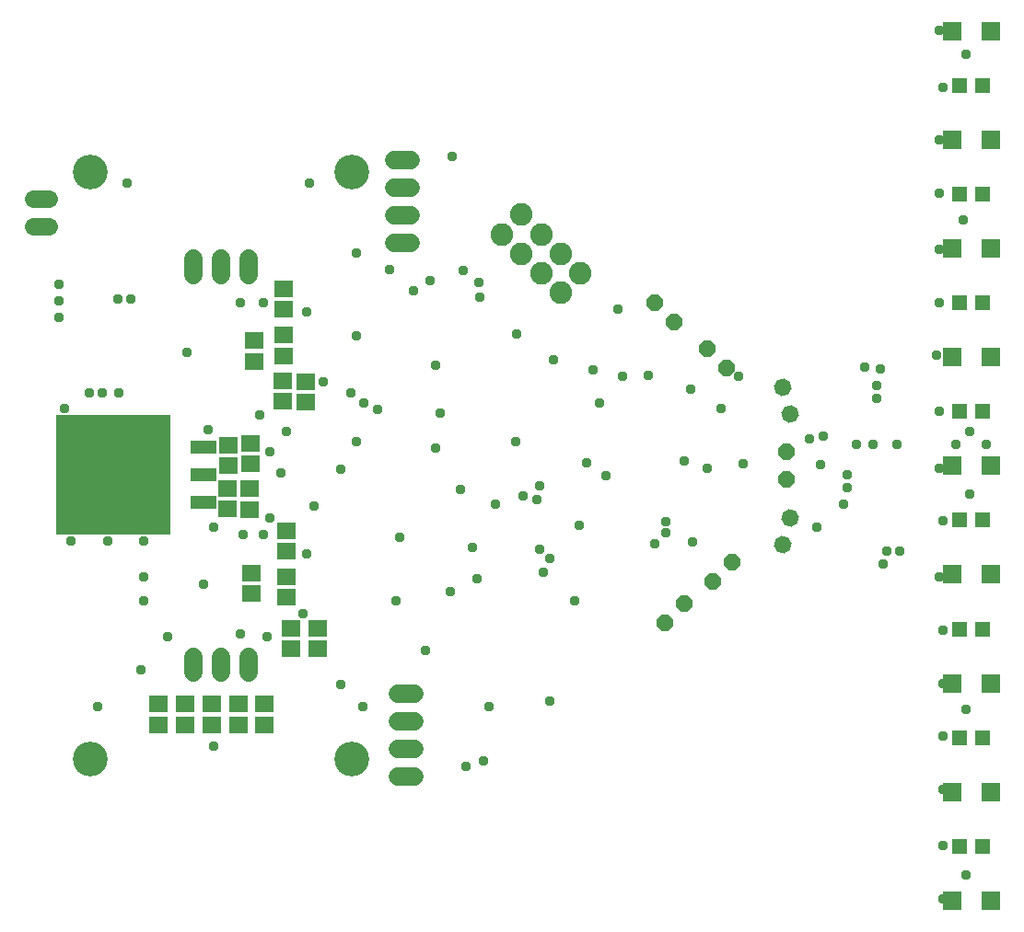
<source format=gbr>
G04 EAGLE Gerber RS-274X export*
G75*
%MOMM*%
%FSLAX34Y34*%
%LPD*%
%INSoldermask Bottom*%
%IPPOS*%
%AMOC8*
5,1,8,0,0,1.08239X$1,22.5*%
G01*
%ADD10R,1.703200X1.503200*%
%ADD11R,10.613200X11.003200*%
%ADD12R,2.362200X1.270000*%
%ADD13P,1.649562X8X157.500000*%
%ADD14P,1.649562X8X247.500000*%
%ADD15P,1.649562X8X337.500000*%
%ADD16P,1.649562X8X67.500000*%
%ADD17C,1.625600*%
%ADD18R,1.803200X1.503200*%
%ADD19C,1.727200*%
%ADD20R,1.403200X1.403200*%
%ADD21R,1.703200X1.703200*%
%ADD22C,3.203200*%
%ADD23C,1.711200*%
%ADD24P,1.649562X8X277.500000*%
%ADD25P,1.649562X8X127.500000*%
%ADD26P,1.649562X8X112.500000*%
%ADD27C,2.082800*%
%ADD28C,0.959600*%


D10*
X196784Y450886D03*
X196784Y431886D03*
X176342Y390230D03*
X176342Y409230D03*
X196408Y389976D03*
X196408Y408976D03*
X176718Y449240D03*
X176718Y430240D03*
D11*
X71076Y421736D03*
D12*
X154388Y421736D03*
X154388Y447136D03*
X154388Y396336D03*
D13*
X635080Y519670D03*
X617120Y537630D03*
D14*
X640330Y341180D03*
X622370Y323220D03*
D15*
X568570Y580480D03*
X586530Y562520D03*
D16*
X578070Y285170D03*
X596030Y303130D03*
D17*
X11684Y650428D02*
X-2540Y650428D01*
X-2540Y675828D02*
X11684Y675828D01*
D18*
X200848Y526252D03*
X200848Y545252D03*
D10*
X226502Y508168D03*
X226502Y489168D03*
X248346Y507660D03*
X248346Y488660D03*
D18*
X198308Y312384D03*
X198308Y331384D03*
D19*
X329372Y711012D02*
X344612Y711012D01*
X344612Y685612D02*
X329372Y685612D01*
X329372Y660212D02*
X344612Y660212D01*
X344612Y634812D02*
X329372Y634812D01*
D18*
X227264Y593004D03*
X227264Y574004D03*
D10*
X227264Y550332D03*
X227264Y531332D03*
D18*
X230312Y370500D03*
X230312Y351500D03*
D10*
X230312Y327828D03*
X230312Y308828D03*
D20*
X849500Y80000D03*
X870500Y80000D03*
X849500Y180000D03*
X870500Y180000D03*
X849500Y280000D03*
X870500Y280000D03*
X849500Y380000D03*
X870500Y380000D03*
X849500Y480000D03*
X870500Y480000D03*
X849500Y580000D03*
X870500Y580000D03*
X849500Y680000D03*
X870500Y680000D03*
X849500Y780000D03*
X870500Y780000D03*
D21*
X877500Y130000D03*
X842500Y130000D03*
X877500Y230000D03*
X842500Y230000D03*
X877500Y330000D03*
X842500Y330000D03*
X877500Y430000D03*
X842500Y430000D03*
X877500Y530000D03*
X842500Y530000D03*
X877500Y630000D03*
X842500Y630000D03*
X877500Y730000D03*
X842500Y730000D03*
X877500Y830000D03*
X842500Y830000D03*
X877500Y30000D03*
X842500Y30000D03*
D22*
X50000Y700000D03*
X290000Y700000D03*
D23*
X195400Y620540D02*
X195400Y605460D01*
X170000Y605460D02*
X170000Y620540D01*
X144600Y620540D02*
X144600Y605460D01*
D22*
X290000Y160000D03*
X50000Y160000D03*
D23*
X144600Y239460D02*
X144600Y254540D01*
X170000Y254540D02*
X170000Y239460D01*
X195400Y239460D02*
X195400Y254540D01*
D24*
X693287Y382267D03*
X686713Y357733D03*
D25*
X693287Y477733D03*
X686713Y502267D03*
D26*
X690000Y417300D03*
X690000Y442700D03*
D27*
X500421Y607199D03*
X482461Y589239D03*
X482461Y625160D03*
X464500Y607199D03*
X464500Y643121D03*
X446539Y625160D03*
X446539Y661081D03*
X428579Y643121D03*
D10*
X185928Y210668D03*
X185928Y191668D03*
X210312Y210668D03*
X210312Y191668D03*
X112776Y210668D03*
X112776Y191668D03*
X161544Y210668D03*
X161544Y191668D03*
X137160Y210668D03*
X137160Y191668D03*
X259080Y280772D03*
X259080Y261772D03*
X234696Y280772D03*
X234696Y261772D03*
D19*
X332380Y143852D02*
X347620Y143852D01*
X347620Y169252D02*
X332380Y169252D01*
X332380Y194652D02*
X347620Y194652D01*
X347620Y220052D02*
X332380Y220052D01*
D28*
X154112Y321376D03*
X99248Y327472D03*
X74864Y583504D03*
X138872Y534736D03*
X245552Y293944D03*
X263840Y507304D03*
X99248Y306136D03*
X87056Y583504D03*
X754568Y449392D03*
X745424Y409768D03*
X745424Y421960D03*
X723580Y457520D03*
X769808Y449392D03*
X411480Y158496D03*
X472440Y213360D03*
X163256Y373192D03*
X463335Y353607D03*
X499872Y374904D03*
X524256Y420624D03*
X381000Y313944D03*
X32192Y361000D03*
X99248Y361000D03*
X65720Y361000D03*
X441960Y551688D03*
X505968Y432816D03*
X646176Y512064D03*
X300416Y208600D03*
X416240Y208600D03*
X495488Y306136D03*
X596072Y434152D03*
X158496Y463296D03*
X26096Y482920D03*
X330896Y306136D03*
X333944Y364048D03*
X401000Y354904D03*
X422336Y394528D03*
X367472Y446344D03*
X440624Y452440D03*
X230312Y461584D03*
X294320Y549976D03*
X324800Y610936D03*
X367472Y522544D03*
X382712Y714568D03*
X84008Y690184D03*
X251648Y690184D03*
X248600Y571312D03*
X163256Y172024D03*
X56576Y208600D03*
X358328Y260416D03*
X568640Y357952D03*
X721040Y431104D03*
X562544Y513400D03*
X535112Y574360D03*
X294320Y626176D03*
X858200Y403672D03*
X858200Y461584D03*
X855152Y809056D03*
X855152Y53152D03*
X855152Y205552D03*
X852104Y656656D03*
X294320Y452440D03*
X248600Y348808D03*
X407096Y598744D03*
X187640Y275656D03*
X212024Y272608D03*
X96200Y242128D03*
X120584Y272608D03*
X205928Y476824D03*
X21336Y566928D03*
X76200Y496824D03*
X60960Y496824D03*
X48768Y496824D03*
X21336Y582168D03*
X21336Y597408D03*
X215072Y382336D03*
X215072Y443296D03*
X394904Y153736D03*
X617408Y428056D03*
X603184Y359984D03*
X601660Y500700D03*
X629600Y482920D03*
X280416Y426720D03*
X390144Y408432D03*
X280416Y228600D03*
X225552Y423170D03*
X256032Y393192D03*
X313944Y481584D03*
X393192Y609600D03*
X301752Y487680D03*
X347472Y591312D03*
X833816Y80584D03*
X778952Y339664D03*
X833816Y181168D03*
X782000Y351856D03*
X833816Y278704D03*
X794192Y351856D03*
X833816Y379288D03*
X717992Y373192D03*
X830768Y479872D03*
X772856Y492064D03*
X830768Y580456D03*
X772856Y504256D03*
X830768Y681040D03*
X775904Y519496D03*
X833816Y778576D03*
X762054Y520544D03*
X578800Y378780D03*
X517840Y488000D03*
X448056Y402336D03*
X405384Y326136D03*
X475488Y527304D03*
X833816Y132400D03*
X833816Y229936D03*
X830768Y327472D03*
X830768Y428056D03*
X827720Y531688D03*
X830768Y629224D03*
X830768Y729808D03*
X830768Y830392D03*
X742376Y394528D03*
X649920Y432120D03*
X466344Y332232D03*
X539496Y512064D03*
X578800Y368620D03*
X512064Y518160D03*
X791144Y449392D03*
X846008Y449392D03*
X873440Y449392D03*
X710880Y454980D03*
X472440Y344424D03*
X463296Y411480D03*
X187640Y580456D03*
X208976Y580456D03*
X190688Y367096D03*
X208976Y367096D03*
X460248Y399288D03*
X833816Y31816D03*
X289560Y496824D03*
X362712Y600456D03*
X371856Y478536D03*
X408432Y585216D03*
M02*

</source>
